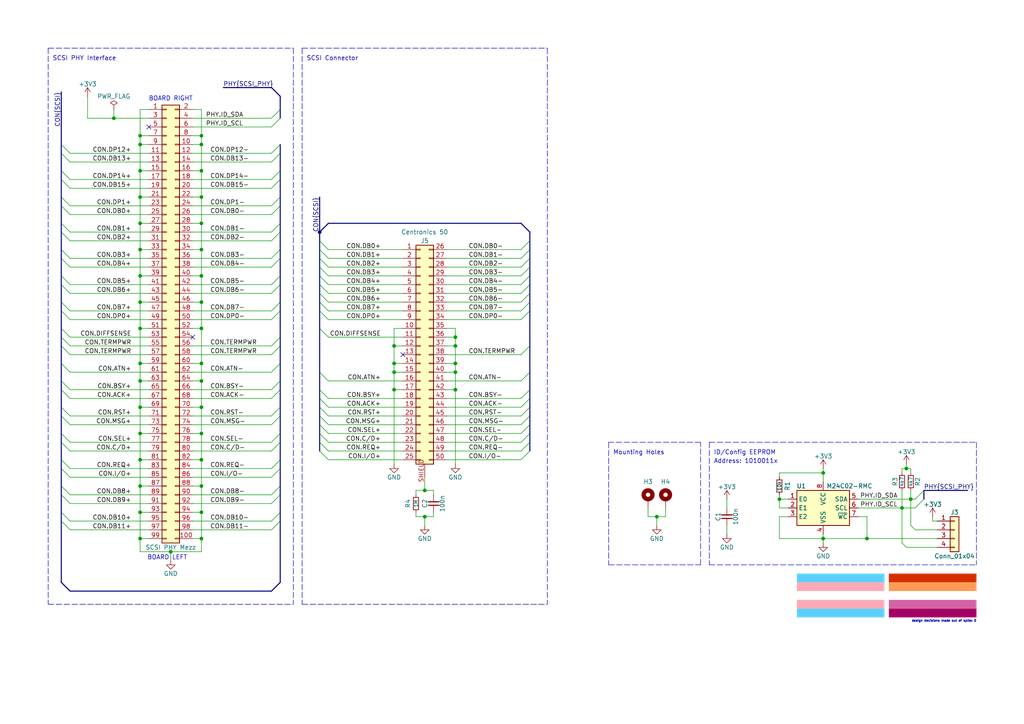
<source format=kicad_sch>
(kicad_sch (version 20231120) (generator "eeschema") (generator_version "8.0")
  (paper "A4")
  (title_block (title "Squishy -  ICD 50") (date "2024-08-22") (rev "1") (company "Shrine Maiden Heavy Industries") (comment 1 "License:  CERN-OHL-S") (comment 2 "© 2024 Aki 'lethalbit' Van Ness, et. al.") (comment 4 "Squishy - SCSI Multitool"))
  (bus_alias "SCSI" (members "DB0+" "DB0-" "DB1+" "DB1-" "DB2+" "DB2-" "DB3+" "DB3-" "DB4+" "DB4-" "DB5+" "DB5-" "DB6+" "DB6-" "DB7+" "DB7-" "DB8+" "DB8-" "DB9+" "DB9-" "DB10+" "DB10-" "DB11+" "DB11-" "DB12+" "DB12-" "DB13+" "DB13-" "DB14+" "DB14-" "DB15+" "DB15-" "DP0+" "DP0-" "DP1+" "DP1-" "ATN+" "ATN-" "BSY+" "BSY-" "ACK+" "ACK-" "RST+" "RST-" "MSG+" "MSG-" "SEL+" "SEL-" "C/D+" "C/D-" "REQ+" "REQ-" "I/O+" "I/O-" "DIFFSENSE" "TERMPWR"))
  (bus_alias "SCSI_PHY" (members "DB[0..15]" "DP[0..1]" "ATN" "BSY" "ACK" "RST" "MSG" "SEL" "C/D" "REQ" "I/O" "ID_SDA" "ID_SCL" "~{PHY_PRSNT}" "TERMPW_EN" "LS_CTRL[0..5]" "DBL_DIR" "DBH_DIR" "INIT_DIR" "TRGT_DIR" "SEL_DIR" "RST_DIR" "BSY_DIR"))
  (junction (at 40.64 87.63))
  (junction (at 40.64 41.91))
  (junction (at 114.3 105.41))
  (junction (at 226.06 144.78))
  (junction (at 40.64 133.35))
  (junction (at 58.42 80.01))
  (junction (at 132.08 107.95))
  (junction (at 132.08 100.33))
  (junction (at 123.19 149.86))
  (junction (at 238.76 137.16))
  (junction (at 58.42 64.77))
  (junction (at 114.3 107.95))
  (junction (at 132.08 113.03))
  (junction (at 58.42 118.11))
  (junction (at 123.19 142.24))
  (junction (at 40.64 110.49))
  (junction (at 40.64 148.59))
  (junction (at 58.42 41.91))
  (junction (at 58.42 133.35))
  (junction (at 132.08 105.41))
  (junction (at 40.64 95.25))
  (junction (at 190.5 149.86))
  (junction (at 261.62 147.32))
  (junction (at 58.42 125.73))
  (junction (at 40.64 64.77))
  (junction (at 58.42 87.63))
  (junction (at 40.64 39.37))
  (junction (at 40.64 156.21))
  (junction (at 114.3 100.33))
  (junction (at 58.42 140.97))
  (junction (at 58.42 49.53))
  (junction (at 262.89 135.89))
  (junction (at 58.42 72.39))
  (junction (at 264.16 144.78))
  (junction (at 40.64 140.97))
  (junction (at 40.64 72.39))
  (junction (at 58.42 39.37))
  (junction (at 58.42 110.49))
  (junction (at 40.64 118.11))
  (junction (at 40.64 57.15))
  (junction (at 251.46 156.21))
  (junction (at 58.42 105.41))
  (junction (at 238.76 156.21))
  (junction (at 58.42 57.15))
  (junction (at 132.08 97.79))
  (junction (at 58.42 148.59))
  (junction (at 49.53 160.02))
  (junction (at 40.64 80.01))
  (junction (at 114.3 113.03))
  (junction (at 40.64 125.73))
  (junction (at 58.42 156.21))
  (junction (at 33.02 34.29))
  (junction (at 58.42 95.25))
  (junction (at 92.71 67.31))
  (junction (at 40.64 49.53))
  (junction (at 40.64 105.41))
  (no_connect (at 55.88 97.79))
  (no_connect (at 116.84 102.87))
  (no_connect (at 43.18 36.83))
  (bus_entry (at 153.67 128.27) (size -2.54 2.54))
  (bus_entry (at 153.67 77.47) (size -2.54 2.54))
  (bus_entry (at 17.78 44.45) (size 2.54 2.54))
  (bus_entry (at 81.28 82.55) (size -2.54 2.54))
  (bus_entry (at 92.71 125.73) (size 2.54 2.54))
  (bus_entry (at 17.78 135.89) (size 2.54 2.54))
  (bus_entry (at 92.71 80.01) (size 2.54 2.54))
  (bus_entry (at 81.28 80.01) (size -2.54 2.54))
  (bus_entry (at 153.67 87.63) (size -2.54 2.54))
  (bus_entry (at 153.67 80.01) (size -2.54 2.54))
  (bus_entry (at 17.78 74.93) (size 2.54 2.54))
  (bus_entry (at 81.28 100.33) (size -2.54 2.54))
  (bus_entry (at 153.67 90.17) (size -2.54 2.54))
  (bus_entry (at 153.67 74.93) (size -2.54 2.54))
  (bus_entry (at 81.28 64.77) (size -2.54 2.54))
  (bus_entry (at 81.28 135.89) (size -2.54 2.54))
  (bus_entry (at 17.78 95.25) (size 2.54 2.54))
  (bus_entry (at 92.71 85.09) (size 2.54 2.54))
  (bus_entry (at 92.71 128.27) (size 2.54 2.54))
  (bus_entry (at 267.97 144.78) (size -2.54 2.54))
  (bus_entry (at 81.28 97.79) (size -2.54 2.54))
  (bus_entry (at 92.71 72.39) (size 2.54 2.54))
  (bus_entry (at 81.28 128.27) (size -2.54 2.54))
  (bus_entry (at 81.28 118.11) (size -2.54 2.54))
  (bus_entry (at 153.67 125.73) (size -2.54 2.54))
  (bus_entry (at 153.67 113.03) (size -2.54 2.54))
  (bus_entry (at 17.78 125.73) (size 2.54 2.54))
  (bus_entry (at 81.28 110.49) (size -2.54 2.54))
  (bus_entry (at 92.71 69.85) (size 2.54 2.54))
  (bus_entry (at 81.28 143.51) (size -2.54 2.54))
  (bus_entry (at 92.71 82.55) (size 2.54 2.54))
  (bus_entry (at 17.78 140.97) (size 2.54 2.54))
  (bus_entry (at 17.78 49.53) (size 2.54 2.54))
  (bus_entry (at 153.67 123.19) (size -2.54 2.54))
  (bus_entry (at 81.28 125.73) (size -2.54 2.54))
  (bus_entry (at 17.78 118.11) (size 2.54 2.54))
  (bus_entry (at 17.78 64.77) (size 2.54 2.54))
  (bus_entry (at 92.71 95.25) (size 2.54 2.54))
  (bus_entry (at 81.28 52.07) (size -2.54 2.54))
  (bus_entry (at 153.67 130.81) (size -2.54 2.54))
  (bus_entry (at 81.28 74.93) (size -2.54 2.54))
  (bus_entry (at 153.67 85.09) (size -2.54 2.54))
  (bus_entry (at 153.67 120.65) (size -2.54 2.54))
  (bus_entry (at 81.28 90.17) (size -2.54 2.54))
  (bus_entry (at 17.78 87.63) (size 2.54 2.54))
  (bus_entry (at 81.28 87.63) (size -2.54 2.54))
  (bus_entry (at 92.71 123.19) (size 2.54 2.54))
  (bus_entry (at 17.78 82.55) (size 2.54 2.54))
  (bus_entry (at 17.78 148.59) (size 2.54 2.54))
  (bus_entry (at 17.78 57.15) (size 2.54 2.54))
  (bus_entry (at 17.78 59.69) (size 2.54 2.54))
  (bus_entry (at 81.28 44.45) (size -2.54 2.54))
  (bus_entry (at 267.97 142.24) (size -2.54 2.54))
  (bus_entry (at 17.78 90.17) (size 2.54 2.54))
  (bus_entry (at 153.67 82.55) (size -2.54 2.54))
  (bus_entry (at 81.28 59.69) (size -2.54 2.54))
  (bus_entry (at 17.78 113.03) (size 2.54 2.54))
  (bus_entry (at 92.71 77.47) (size 2.54 2.54))
  (bus_entry (at 17.78 105.41) (size 2.54 2.54))
  (bus_entry (at 81.28 113.03) (size -2.54 2.54))
  (bus_entry (at 17.78 52.07) (size 2.54 2.54))
  (bus_entry (at 17.78 110.49) (size 2.54 2.54))
  (bus_entry (at 17.78 72.39) (size 2.54 2.54))
  (bus_entry (at 153.67 100.33) (size -2.54 2.54))
  (bus_entry (at 81.28 120.65) (size -2.54 2.54))
  (bus_entry (at 81.28 34.29) (size -2.54 2.54))
  (bus_entry (at 81.28 57.15) (size -2.54 2.54))
  (bus_entry (at 17.78 80.01) (size 2.54 2.54))
  (bus_entry (at 17.78 41.91) (size 2.54 2.54))
  (bus_entry (at 81.28 41.91) (size -2.54 2.54))
  (bus_entry (at 17.78 151.13) (size 2.54 2.54))
  (bus_entry (at 92.71 87.63) (size 2.54 2.54))
  (bus_entry (at 153.67 107.95) (size -2.54 2.54))
  (bus_entry (at 153.67 69.85) (size -2.54 2.54))
  (bus_entry (at 81.28 31.75) (size -2.54 2.54))
  (bus_entry (at 81.28 151.13) (size -2.54 2.54))
  (bus_entry (at 81.28 72.39) (size -2.54 2.54))
  (bus_entry (at 81.28 148.59) (size -2.54 2.54))
  (bus_entry (at 17.78 97.79) (size 2.54 2.54))
  (bus_entry (at 92.71 113.03) (size 2.54 2.54))
  (bus_entry (at 17.78 100.33) (size 2.54 2.54))
  (bus_entry (at 81.28 49.53) (size -2.54 2.54))
  (bus_entry (at 17.78 120.65) (size 2.54 2.54))
  (bus_entry (at 92.71 107.95) (size 2.54 2.54))
  (bus_entry (at 153.67 115.57) (size -2.54 2.54))
  (bus_entry (at 92.71 115.57) (size 2.54 2.54))
  (bus_entry (at 17.78 67.31) (size 2.54 2.54))
  (bus_entry (at 17.78 128.27) (size 2.54 2.54))
  (bus_entry (at 17.78 133.35) (size 2.54 2.54))
  (bus_entry (at 92.71 130.81) (size 2.54 2.54))
  (bus_entry (at 81.28 105.41) (size -2.54 2.54))
  (bus_entry (at 92.71 90.17) (size 2.54 2.54))
  (bus_entry (at 81.28 67.31) (size -2.54 2.54))
  (bus_entry (at 81.28 140.97) (size -2.54 2.54))
  (bus_entry (at 92.71 120.65) (size 2.54 2.54))
  (bus_entry (at 153.67 72.39) (size -2.54 2.54))
  (bus_entry (at 17.78 143.51) (size 2.54 2.54))
  (bus_entry (at 92.71 74.93) (size 2.54 2.54))
  (bus_entry (at 153.67 118.11) (size -2.54 2.54))
  (bus_entry (at 92.71 118.11) (size 2.54 2.54))
  (bus_entry (at 81.28 133.35) (size -2.54 2.54))
  (wire (pts (xy 120.65 148.59) (xy 120.65 149.86)))
  (wire (pts (xy 20.32 92.71) (xy 43.18 92.71)))
  (wire (pts (xy 20.32 67.31) (xy 43.18 67.31)))
  (wire (pts (xy 129.54 115.57) (xy 151.13 115.57)))
  (wire (pts (xy 114.3 113.03) (xy 114.3 134.62)))
  (wire (pts (xy 20.32 146.05) (xy 43.18 146.05)))
  (wire (pts (xy 55.88 156.21) (xy 58.42 156.21)))
  (wire (pts (xy 20.32 97.79) (xy 43.18 97.79)))
  (wire (pts (xy 55.88 31.75) (xy 58.42 31.75)))
  (wire (pts (xy 78.74 115.57) (xy 55.88 115.57)))
  (wire (pts (xy 78.74 102.87) (xy 55.88 102.87)))
  (wire (pts (xy 129.54 90.17) (xy 151.13 90.17)))
  (wire (pts (xy 55.88 57.15) (xy 58.42 57.15)))
  (bus (pts (xy 81.28 120.65) (xy 81.28 125.73)))
  (bus (pts (xy 92.71 77.47) (xy 92.71 80.01)))
  (wire (pts (xy 20.32 123.19) (xy 43.18 123.19)))
  (wire (pts (xy 58.42 87.63) (xy 58.42 95.25)))
  (wire (pts (xy 129.54 123.19) (xy 151.13 123.19)))
  (bus (pts (xy 81.28 82.55) (xy 81.28 87.63)))
  (wire (pts (xy 78.74 74.93) (xy 55.88 74.93)))
  (polyline (pts (xy 176.53 128.27) (xy 176.53 163.83)) (stroke (width 0) (type dash)))
  (bus (pts (xy 17.78 95.25) (xy 17.78 97.79)))
  (wire (pts (xy 226.06 143.51) (xy 226.06 144.78)))
  (wire (pts (xy 129.54 105.41) (xy 132.08 105.41)))
  (bus (pts (xy 81.28 97.79) (xy 81.28 100.33)))
  (wire (pts (xy 123.19 138.43) (xy 123.19 142.24)))
  (wire (pts (xy 20.32 62.23) (xy 43.18 62.23)))
  (wire (pts (xy 132.08 105.41) (xy 132.08 107.95)))
  (wire (pts (xy 251.46 149.86) (xy 251.46 156.21)))
  (wire (pts (xy 264.16 142.24) (xy 264.16 144.78)))
  (wire (pts (xy 55.88 110.49) (xy 58.42 110.49)))
  (wire (pts (xy 95.25 128.27) (xy 116.84 128.27)))
  (wire (pts (xy 49.53 160.02) (xy 49.53 162.56)))
  (wire (pts (xy 55.88 41.91) (xy 58.42 41.91)))
  (wire (pts (xy 78.74 113.03) (xy 55.88 113.03)))
  (wire (pts (xy 78.74 153.67) (xy 55.88 153.67)))
  (wire (pts (xy 78.74 62.23) (xy 55.88 62.23)))
  (wire (pts (xy 95.25 85.09) (xy 116.84 85.09)))
  (bus (pts (xy 153.67 87.63) (xy 153.67 90.17)))
  (wire (pts (xy 132.08 95.25) (xy 132.08 97.79)))
  (polyline (pts (xy 87.63 13.97) (xy 158.75 13.97)) (stroke (width 0) (type dash)))
  (wire (pts (xy 25.4 27.94) (xy 25.4 34.29)))
  (wire (pts (xy 43.18 57.15) (xy 40.64 57.15)))
  (bus (pts (xy 81.28 100.33) (xy 81.28 105.41)))
  (bus (pts (xy 20.32 171.45) (xy 78.74 171.45)))
  (bus (pts (xy 92.71 85.09) (xy 92.71 87.63)))
  (bus (pts (xy 17.78 133.35) (xy 17.78 135.89)))
  (wire (pts (xy 33.02 34.29) (xy 43.18 34.29)))
  (bus (pts (xy 81.28 118.11) (xy 81.28 120.65)))
  (wire (pts (xy 40.64 64.77) (xy 40.64 72.39)))
  (wire (pts (xy 270.51 151.13) (xy 271.78 151.13)))
  (wire (pts (xy 270.51 149.86) (xy 270.51 151.13)))
  (wire (pts (xy 20.32 69.85) (xy 43.18 69.85)))
  (wire (pts (xy 58.42 41.91) (xy 58.42 49.53)))
  (wire (pts (xy 114.3 105.41) (xy 116.84 105.41)))
  (wire (pts (xy 132.08 97.79) (xy 132.08 100.33)))
  (wire (pts (xy 78.74 67.31) (xy 55.88 67.31)))
  (bus (pts (xy 17.78 120.65) (xy 17.78 125.73)))
  (wire (pts (xy 95.25 118.11) (xy 116.84 118.11)))
  (bus (pts (xy 81.28 128.27) (xy 81.28 133.35)))
  (wire (pts (xy 40.64 49.53) (xy 40.64 57.15)))
  (bus (pts (xy 92.71 87.63) (xy 92.71 90.17)))
  (bus (pts (xy 81.28 64.77) (xy 81.28 67.31)))
  (wire (pts (xy 265.43 153.67) (xy 264.16 152.4)))
  (wire (pts (xy 40.64 160.02) (xy 49.53 160.02)))
  (wire (pts (xy 20.32 77.47) (xy 43.18 77.47)))
  (wire (pts (xy 95.25 110.49) (xy 116.84 110.49)))
  (wire (pts (xy 40.64 72.39) (xy 40.64 80.01)))
  (wire (pts (xy 129.54 80.01) (xy 151.13 80.01)))
  (bus (pts (xy 81.28 59.69) (xy 81.28 64.77)))
  (wire (pts (xy 95.25 72.39) (xy 116.84 72.39)))
  (bus (pts (xy 81.28 49.53) (xy 81.28 52.07)))
  (wire (pts (xy 25.4 34.29) (xy 33.02 34.29)))
  (wire (pts (xy 58.42 80.01) (xy 58.42 87.63)))
  (wire (pts (xy 129.54 74.93) (xy 151.13 74.93)))
  (wire (pts (xy 95.25 115.57) (xy 116.84 115.57)))
  (bus (pts (xy 92.71 107.95) (xy 92.71 113.03)))
  (wire (pts (xy 43.18 95.25) (xy 40.64 95.25)))
  (wire (pts (xy 116.84 95.25) (xy 114.3 95.25)))
  (bus (pts (xy 17.78 105.41) (xy 17.78 110.49)))
  (bus (pts (xy 81.28 27.94) (xy 81.28 31.75)))
  (wire (pts (xy 226.06 149.86) (xy 226.06 156.21)))
  (wire (pts (xy 78.74 77.47) (xy 55.88 77.47)))
  (wire (pts (xy 78.74 85.09) (xy 55.88 85.09)))
  (wire (pts (xy 40.64 41.91) (xy 40.64 49.53)))
  (bus (pts (xy 17.78 118.11) (xy 17.78 120.65)))
  (wire (pts (xy 78.74 90.17) (xy 55.88 90.17)))
  (wire (pts (xy 33.02 31.75) (xy 33.02 34.29)))
  (bus (pts (xy 17.78 110.49) (xy 17.78 113.03)))
  (wire (pts (xy 262.89 135.89) (xy 264.16 135.89)))
  (wire (pts (xy 55.88 87.63) (xy 58.42 87.63)))
  (wire (pts (xy 55.88 125.73) (xy 58.42 125.73)))
  (bus (pts (xy 92.71 72.39) (xy 92.71 74.93)))
  (bus (pts (xy 81.28 31.75) (xy 81.28 34.29)))
  (wire (pts (xy 187.96 147.32) (xy 187.96 149.86)))
  (wire (pts (xy 226.06 144.78) (xy 228.6 144.78)))
  (wire (pts (xy 55.88 72.39) (xy 58.42 72.39)))
  (bus (pts (xy 267.97 142.24) (xy 280.67 142.24)))
  (wire (pts (xy 262.89 134.62) (xy 262.89 135.89)))
  (wire (pts (xy 58.42 49.53) (xy 58.42 57.15)))
  (wire (pts (xy 251.46 156.21) (xy 271.78 156.21)))
  (wire (pts (xy 43.18 64.77) (xy 40.64 64.77)))
  (wire (pts (xy 95.25 133.35) (xy 116.84 133.35)))
  (bus (pts (xy 17.78 135.89) (xy 17.78 140.97)))
  (wire (pts (xy 271.78 153.67) (xy 265.43 153.67)))
  (wire (pts (xy 78.74 120.65) (xy 55.88 120.65)))
  (wire (pts (xy 58.42 95.25) (xy 58.42 105.41)))
  (polyline (pts (xy 13.97 13.97) (xy 13.97 175.26)) (stroke (width 0) (type dash)))
  (wire (pts (xy 43.18 110.49) (xy 40.64 110.49)))
  (wire (pts (xy 78.74 128.27) (xy 55.88 128.27)))
  (wire (pts (xy 95.25 120.65) (xy 116.84 120.65)))
  (bus (pts (xy 81.28 80.01) (xy 81.28 82.55)))
  (wire (pts (xy 58.42 156.21) (xy 58.42 160.02)))
  (polyline (pts (xy 85.09 13.97) (xy 85.09 175.26)) (stroke (width 0) (type dash)))
  (wire (pts (xy 129.54 97.79) (xy 132.08 97.79)))
  (bus (pts (xy 153.67 118.11) (xy 153.67 120.65)))
  (bus (pts (xy 17.78 49.53) (xy 17.78 52.07)))
  (wire (pts (xy 55.88 118.11) (xy 58.42 118.11)))
  (wire (pts (xy 78.74 46.99) (xy 55.88 46.99)))
  (wire (pts (xy 40.64 110.49) (xy 40.64 118.11)))
  (wire (pts (xy 132.08 107.95) (xy 132.08 113.03)))
  (wire (pts (xy 132.08 113.03) (xy 132.08 134.62)))
  (wire (pts (xy 20.32 128.27) (xy 43.18 128.27)))
  (wire (pts (xy 55.88 36.83) (xy 78.74 36.83)))
  (wire (pts (xy 123.19 149.86) (xy 125.73 149.86)))
  (wire (pts (xy 20.32 113.03) (xy 43.18 113.03)))
  (wire (pts (xy 95.25 90.17) (xy 116.84 90.17)))
  (wire (pts (xy 55.88 105.41) (xy 58.42 105.41)))
  (wire (pts (xy 55.88 39.37) (xy 58.42 39.37)))
  (wire (pts (xy 129.54 113.03) (xy 132.08 113.03)))
  (wire (pts (xy 40.64 133.35) (xy 40.64 140.97)))
  (wire (pts (xy 55.88 80.01) (xy 58.42 80.01)))
  (wire (pts (xy 20.32 85.09) (xy 43.18 85.09)))
  (wire (pts (xy 125.73 148.59) (xy 125.73 149.86)))
  (wire (pts (xy 261.62 147.32) (xy 265.43 147.32)))
  (wire (pts (xy 58.42 140.97) (xy 58.42 148.59)))
  (wire (pts (xy 43.18 72.39) (xy 40.64 72.39)))
  (wire (pts (xy 40.64 31.75) (xy 40.64 39.37)))
  (bus (pts (xy 153.67 69.85) (xy 153.67 72.39)))
  (bus (pts (xy 81.28 67.31) (xy 81.28 72.39)))
  (polyline (pts (xy 203.2 163.83) (xy 203.2 128.27)) (stroke (width 0) (type dash)))
  (wire (pts (xy 129.54 77.47) (xy 151.13 77.47)))
  (bus (pts (xy 153.67 115.57) (xy 153.67 118.11)))
  (wire (pts (xy 129.54 110.49) (xy 151.13 110.49)))
  (wire (pts (xy 43.18 125.73) (xy 40.64 125.73)))
  (bus (pts (xy 92.71 123.19) (xy 92.71 125.73)))
  (bus (pts (xy 92.71 115.57) (xy 92.71 118.11)))
  (bus (pts (xy 92.71 113.03) (xy 92.71 115.57)))
  (wire (pts (xy 114.3 95.25) (xy 114.3 100.33)))
  (wire (pts (xy 55.88 133.35) (xy 58.42 133.35)))
  (bus (pts (xy 17.78 140.97) (xy 17.78 143.51)))
  (bus (pts (xy 17.78 148.59) (xy 17.78 151.13)))
  (bus (pts (xy 81.28 135.89) (xy 81.28 140.97)))
  (wire (pts (xy 20.32 120.65) (xy 43.18 120.65)))
  (wire (pts (xy 129.54 130.81) (xy 151.13 130.81)))
  (wire (pts (xy 55.88 148.59) (xy 58.42 148.59)))
  (wire (pts (xy 210.82 152.4) (xy 210.82 154.94)))
  (polyline (pts (xy 205.74 163.83) (xy 283.21 163.83)) (stroke (width 0) (type dash)))
  (wire (pts (xy 132.08 100.33) (xy 132.08 105.41)))
  (polyline (pts (xy 13.97 175.26) (xy 85.09 175.26)) (stroke (width 0) (type dash)))
  (wire (pts (xy 129.54 82.55) (xy 151.13 82.55)))
  (bus (pts (xy 17.78 168.91) (xy 20.32 171.45)))
  (polyline (pts (xy 176.53 163.83) (xy 203.2 163.83)) (stroke (width 0) (type dash)))
  (wire (pts (xy 129.54 128.27) (xy 151.13 128.27)))
  (bus (pts (xy 153.67 120.65) (xy 153.67 123.19)))
  (polyline (pts (xy 13.97 13.97) (xy 85.09 13.97)) (stroke (width 0) (type dash)))
  (wire (pts (xy 20.32 153.67) (xy 43.18 153.67)))
  (bus (pts (xy 92.71 128.27) (xy 92.71 130.81)))
  (wire (pts (xy 129.54 95.25) (xy 132.08 95.25)))
  (bus (pts (xy 17.78 64.77) (xy 17.78 67.31)))
  (polyline (pts (xy 205.74 128.27) (xy 283.21 128.27)) (stroke (width 0) (type dash)))
  (wire (pts (xy 43.18 80.01) (xy 40.64 80.01)))
  (wire (pts (xy 20.32 135.89) (xy 43.18 135.89)))
  (wire (pts (xy 226.06 156.21) (xy 238.76 156.21)))
  (wire (pts (xy 78.74 138.43) (xy 55.88 138.43)))
  (bus (pts (xy 17.78 100.33) (xy 17.78 105.41)))
  (bus (pts (xy 17.78 72.39) (xy 17.78 74.93)))
  (wire (pts (xy 271.78 158.75) (xy 262.89 158.75)))
  (wire (pts (xy 261.62 135.89) (xy 261.62 137.16)))
  (wire (pts (xy 20.32 100.33) (xy 43.18 100.33)))
  (bus (pts (xy 153.67 74.93) (xy 153.67 77.47)))
  (bus (pts (xy 81.28 72.39) (xy 81.28 74.93)))
  (wire (pts (xy 95.25 80.01) (xy 116.84 80.01)))
  (bus (pts (xy 17.78 82.55) (xy 17.78 87.63)))
  (bus (pts (xy 17.78 44.45) (xy 17.78 49.53)))
  (bus (pts (xy 17.78 90.17) (xy 17.78 95.25)))
  (bus (pts (xy 17.78 52.07) (xy 17.78 57.15)))
  (bus (pts (xy 267.97 144.78) (xy 267.97 142.24)))
  (bus (pts (xy 81.28 87.63) (xy 81.28 90.17)))
  (wire (pts (xy 55.88 34.29) (xy 78.74 34.29)))
  (wire (pts (xy 129.54 85.09) (xy 151.13 85.09)))
  (bus (pts (xy 17.78 97.79) (xy 17.78 100.33)))
  (wire (pts (xy 40.64 80.01) (xy 40.64 87.63)))
  (bus (pts (xy 81.28 41.91) (xy 81.28 44.45)))
  (bus (pts (xy 17.78 87.63) (xy 17.78 90.17)))
  (bus (pts (xy 78.74 171.45) (xy 81.28 168.91)))
  (bus (pts (xy 81.28 57.15) (xy 81.28 59.69)))
  (bus (pts (xy 92.71 118.11) (xy 92.71 120.65)))
  (polyline (pts (xy 87.63 175.26) (xy 158.75 175.26)) (stroke (width 0) (type dash)))
  (bus (pts (xy 17.78 113.03) (xy 17.78 118.11)))
  (wire (pts (xy 129.54 118.11) (xy 151.13 118.11)))
  (wire (pts (xy 78.74 92.71) (xy 55.88 92.71)))
  (bus (pts (xy 95.25 64.77) (xy 151.13 64.77)))
  (wire (pts (xy 58.42 57.15) (xy 58.42 64.77)))
  (wire (pts (xy 55.88 140.97) (xy 58.42 140.97)))
  (wire (pts (xy 123.19 152.4) (xy 123.19 149.86)))
  (bus (pts (xy 78.74 25.4) (xy 81.28 27.94)))
  (wire (pts (xy 58.42 31.75) (xy 58.42 39.37)))
  (bus (pts (xy 81.28 90.17) (xy 81.28 97.79)))
  (wire (pts (xy 20.32 138.43) (xy 43.18 138.43)))
  (bus (pts (xy 153.67 125.73) (xy 153.67 128.27)))
  (wire (pts (xy 20.32 82.55) (xy 43.18 82.55)))
  (wire (pts (xy 58.42 118.11) (xy 58.42 125.73)))
  (wire (pts (xy 40.64 118.11) (xy 40.64 125.73)))
  (wire (pts (xy 40.64 156.21) (xy 40.64 160.02)))
  (wire (pts (xy 238.76 154.94) (xy 238.76 156.21)))
  (wire (pts (xy 20.32 115.57) (xy 43.18 115.57)))
  (wire (pts (xy 55.88 95.25) (xy 58.42 95.25)))
  (wire (pts (xy 129.54 92.71) (xy 151.13 92.71)))
  (bus (pts (xy 17.78 41.91) (xy 17.78 44.45)))
  (bus (pts (xy 92.71 95.25) (xy 92.71 107.95)))
  (wire (pts (xy 264.16 144.78) (xy 264.16 152.4)))
  (bus (pts (xy 153.67 90.17) (xy 153.67 100.33)))
  (wire (pts (xy 78.74 59.69) (xy 55.88 59.69)))
  (wire (pts (xy 264.16 135.89) (xy 264.16 137.16)))
  (wire (pts (xy 114.3 105.41) (xy 114.3 107.95)))
  (wire (pts (xy 78.74 146.05) (xy 55.88 146.05)))
  (bus (pts (xy 153.67 85.09) (xy 153.67 87.63)))
  (wire (pts (xy 78.74 130.81) (xy 55.88 130.81)))
  (wire (pts (xy 78.74 151.13) (xy 55.88 151.13)))
  (wire (pts (xy 123.19 142.24) (xy 125.73 142.24)))
  (bus (pts (xy 81.28 125.73) (xy 81.28 128.27)))
  (wire (pts (xy 40.64 148.59) (xy 40.64 156.21)))
  (wire (pts (xy 193.04 147.32) (xy 193.04 149.86)))
  (bus (pts (xy 92.71 90.17) (xy 92.71 95.25)))
  (wire (pts (xy 114.3 107.95) (xy 114.3 113.03)))
  (wire (pts (xy 114.3 113.03) (xy 116.84 113.03)))
  (bus (pts (xy 92.71 80.01) (xy 92.71 82.55)))
  (bus (pts (xy 153.67 72.39) (xy 153.67 74.93)))
  (wire (pts (xy 58.42 148.59) (xy 58.42 156.21)))
  (wire (pts (xy 226.06 137.16) (xy 226.06 138.43)))
  (wire (pts (xy 43.18 87.63) (xy 40.64 87.63)))
  (bus (pts (xy 92.71 82.55) (xy 92.71 85.09)))
  (wire (pts (xy 238.76 135.89) (xy 238.76 137.16)))
  (wire (pts (xy 40.64 140.97) (xy 40.64 148.59)))
  (wire (pts (xy 78.74 69.85) (xy 55.88 69.85)))
  (wire (pts (xy 20.32 54.61) (xy 43.18 54.61)))
  (bus (pts (xy 81.28 110.49) (xy 81.28 113.03)))
  (bus (pts (xy 92.71 74.93) (xy 92.71 77.47)))
  (wire (pts (xy 190.5 149.86) (xy 193.04 149.86)))
  (wire (pts (xy 58.42 39.37) (xy 58.42 41.91)))
  (wire (pts (xy 248.92 147.32) (xy 261.62 147.32)))
  (wire (pts (xy 78.74 123.19) (xy 55.88 123.19)))
  (wire (pts (xy 95.25 130.81) (xy 116.84 130.81)))
  (bus (pts (xy 81.28 151.13) (xy 81.28 168.91)))
  (wire (pts (xy 20.32 90.17) (xy 43.18 90.17)))
  (wire (pts (xy 20.32 74.93) (xy 43.18 74.93)))
  (wire (pts (xy 129.54 72.39) (xy 151.13 72.39)))
  (wire (pts (xy 43.18 31.75) (xy 40.64 31.75)))
  (wire (pts (xy 129.54 133.35) (xy 151.13 133.35)))
  (wire (pts (xy 261.62 142.24) (xy 261.62 147.32)))
  (wire (pts (xy 58.42 72.39) (xy 58.42 80.01)))
  (bus (pts (xy 151.13 64.77) (xy 153.67 67.31)))
  (wire (pts (xy 40.64 105.41) (xy 43.18 105.41)))
  (bus (pts (xy 153.67 67.31) (xy 153.67 69.85)))
  (wire (pts (xy 78.74 143.51) (xy 55.88 143.51)))
  (wire (pts (xy 190.5 149.86) (xy 190.5 152.4)))
  (wire (pts (xy 40.64 125.73) (xy 40.64 133.35)))
  (bus (pts (xy 153.67 113.03) (xy 153.67 115.57)))
  (wire (pts (xy 40.64 156.21) (xy 43.18 156.21)))
  (bus (pts (xy 17.78 125.73) (xy 17.78 128.27)))
  (wire (pts (xy 129.54 100.33) (xy 132.08 100.33)))
  (bus (pts (xy 81.28 44.45) (xy 81.28 49.53)))
  (wire (pts (xy 226.06 147.32) (xy 228.6 147.32)))
  (bus (pts (xy 17.78 57.15) (xy 17.78 59.69)))
  (wire (pts (xy 95.25 97.79) (xy 116.84 97.79)))
  (bus (pts (xy 92.71 69.85) (xy 92.71 72.39)))
  (wire (pts (xy 43.18 118.11) (xy 40.64 118.11)))
  (wire (pts (xy 262.89 158.75) (xy 261.62 157.48)))
  (wire (pts (xy 261.62 135.89) (xy 262.89 135.89)))
  (bus (pts (xy 81.28 133.35) (xy 81.28 135.89)))
  (wire (pts (xy 78.74 44.45) (xy 55.88 44.45)))
  (wire (pts (xy 20.32 102.87) (xy 43.18 102.87)))
  (wire (pts (xy 226.06 149.86) (xy 228.6 149.86)))
  (wire (pts (xy 120.65 142.24) (xy 123.19 142.24)))
  (bus (pts (xy 92.71 67.31) (xy 95.25 64.77)))
  (wire (pts (xy 129.54 120.65) (xy 151.13 120.65)))
  (wire (pts (xy 78.74 100.33) (xy 55.88 100.33)))
  (bus (pts (xy 17.78 26.67) (xy 17.78 41.91)))
  (wire (pts (xy 125.73 143.51) (xy 125.73 142.24)))
  (wire (pts (xy 20.32 46.99) (xy 43.18 46.99)))
  (wire (pts (xy 43.18 41.91) (xy 40.64 41.91)))
  (wire (pts (xy 120.65 149.86) (xy 123.19 149.86)))
  (bus (pts (xy 92.71 67.31) (xy 92.71 57.15)))
  (bus (pts (xy 17.78 67.31) (xy 17.78 72.39)))
  (wire (pts (xy 20.32 143.51) (xy 43.18 143.51)))
  (wire (pts (xy 151.13 102.87) (xy 129.54 102.87)))
  (wire (pts (xy 238.76 156.21) (xy 251.46 156.21)))
  (wire (pts (xy 58.42 133.35) (xy 58.42 140.97)))
  (wire (pts (xy 238.76 156.21) (xy 238.76 157.48)))
  (wire (pts (xy 40.64 148.59) (xy 43.18 148.59)))
  (wire (pts (xy 95.25 82.55) (xy 116.84 82.55)))
  (polyline (pts (xy 158.75 13.97) (xy 158.75 175.26)) (stroke (width 0) (type dash)))
  (bus (pts (xy 17.78 74.93) (xy 17.78 80.01)))
  (bus (pts (xy 81.28 148.59) (xy 81.28 151.13)))
  (bus (pts (xy 17.78 151.13) (xy 17.78 168.91)))
  (wire (pts (xy 226.06 137.16) (xy 238.76 137.16)))
  (bus (pts (xy 81.28 52.07) (xy 81.28 57.15)))
  (wire (pts (xy 40.64 105.41) (xy 40.64 110.49)))
  (polyline (pts (xy 205.74 128.27) (xy 205.74 163.83)) (stroke (width 0) (type dash)))
  (wire (pts (xy 95.25 74.93) (xy 116.84 74.93)))
  (wire (pts (xy 20.32 44.45) (xy 43.18 44.45)))
  (wire (pts (xy 40.64 39.37) (xy 40.64 41.91)))
  (wire (pts (xy 58.42 110.49) (xy 58.42 118.11)))
  (wire (pts (xy 261.62 147.32) (xy 261.62 157.48)))
  (bus (pts (xy 17.78 80.01) (xy 17.78 82.55)))
  (wire (pts (xy 129.54 87.63) (xy 151.13 87.63)))
  (wire (pts (xy 264.16 144.78) (xy 265.43 144.78)))
  (polyline (pts (xy 283.21 128.27) (xy 283.21 163.83)) (stroke (width 0) (type dash)))
  (wire (pts (xy 58.42 64.77) (xy 58.42 72.39)))
  (bus (pts (xy 153.67 82.55) (xy 153.67 85.09)))
  (wire (pts (xy 55.88 49.53) (xy 58.42 49.53)))
  (bus (pts (xy 153.67 100.33) (xy 153.67 107.95)))
  (polyline (pts (xy 87.63 13.97) (xy 87.63 175.26)) (stroke (width 0) (type dash)))
  (wire (pts (xy 40.64 95.25) (xy 40.64 105.41)))
  (bus (pts (xy 153.67 123.19) (xy 153.67 125.73)))
  (wire (pts (xy 248.92 144.78) (xy 264.16 144.78)))
  (wire (pts (xy 43.18 49.53) (xy 40.64 49.53)))
  (wire (pts (xy 40.64 39.37) (xy 43.18 39.37)))
  (wire (pts (xy 78.74 107.95) (xy 55.88 107.95)))
  (wire (pts (xy 187.96 149.86) (xy 190.5 149.86)))
  (bus (pts (xy 92.71 125.73) (xy 92.71 128.27)))
  (wire (pts (xy 114.3 100.33) (xy 116.84 100.33)))
  (wire (pts (xy 226.06 144.78) (xy 226.06 147.32)))
  (wire (pts (xy 78.74 54.61) (xy 55.88 54.61)))
  (bus (pts (xy 153.67 80.01) (xy 153.67 82.55)))
  (bus (pts (xy 81.28 74.93) (xy 81.28 80.01)))
  (wire (pts (xy 20.32 59.69) (xy 43.18 59.69)))
  (bus (pts (xy 81.28 140.97) (xy 81.28 143.51)))
  (bus (pts (xy 153.67 77.47) (xy 153.67 80.01)))
  (bus (pts (xy 81.28 143.51) (xy 81.28 148.59)))
  (wire (pts (xy 43.18 133.35) (xy 40.64 133.35)))
  (wire (pts (xy 114.3 100.33) (xy 114.3 105.41)))
  (wire (pts (xy 20.32 107.95) (xy 43.18 107.95)))
  (wire (pts (xy 20.32 52.07) (xy 43.18 52.07)))
  (wire (pts (xy 114.3 107.95) (xy 116.84 107.95)))
  (wire (pts (xy 20.32 151.13) (xy 43.18 151.13)))
  (bus (pts (xy 64.77 25.4) (xy 78.74 25.4)))
  (wire (pts (xy 40.64 87.63) (xy 40.64 95.25)))
  (wire (pts (xy 248.92 149.86) (xy 251.46 149.86)))
  (wire (pts (xy 78.74 82.55) (xy 55.88 82.55)))
  (bus (pts (xy 153.67 128.27) (xy 153.67 130.81)))
  (wire (pts (xy 20.32 130.81) (xy 43.18 130.81)))
  (wire (pts (xy 43.18 140.97) (xy 40.64 140.97)))
  (wire (pts (xy 95.25 87.63) (xy 116.84 87.63)))
  (bus (pts (xy 153.67 107.95) (xy 153.67 113.03)))
  (bus (pts (xy 92.71 67.31) (xy 92.71 69.85)))
  (wire (pts (xy 95.25 125.73) (xy 116.84 125.73)))
  (bus (pts (xy 17.78 143.51) (xy 17.78 148.59)))
  (wire (pts (xy 40.64 57.15) (xy 40.64 64.77)))
  (wire (pts (xy 210.82 147.32) (xy 210.82 144.78)))
  (wire (pts (xy 78.74 135.89) (xy 55.88 135.89)))
  (wire (pts (xy 129.54 107.95) (xy 132.08 107.95)))
  (bus (pts (xy 81.28 113.03) (xy 81.28 118.11)))
  (wire (pts (xy 58.42 125.73) (xy 58.42 133.35)))
  (wire (pts (xy 49.53 160.02) (xy 58.42 160.02)))
  (bus (pts (xy 17.78 128.27) (xy 17.78 133.35)))
  (wire (pts (xy 129.54 125.73) (xy 151.13 125.73)))
  (wire (pts (xy 95.25 92.71) (xy 116.84 92.71)))
  (bus (pts (xy 92.71 120.65) (xy 92.71 123.19)))
  (wire (pts (xy 120.65 143.51) (xy 120.65 142.24)))
  (wire (pts (xy 55.88 64.77) (xy 58.42 64.77)))
  (wire (pts (xy 238.76 137.16) (xy 238.76 139.7)))
  (wire (pts (xy 78.74 52.07) (xy 55.88 52.07)))
  (wire (pts (xy 95.25 77.47) (xy 116.84 77.47)))
  (polyline (pts (xy 203.2 128.27) (xy 176.53 128.27)) (stroke (width 0) (type dash)))
  (bus (pts (xy 81.28 105.41) (xy 81.28 110.49)))
  (wire (pts (xy 58.42 105.41) (xy 58.42 110.49)))
  (bus (pts (xy 17.78 59.69) (xy 17.78 64.77)))
  (wire (pts (xy 95.25 123.19) (xy 116.84 123.19)))
  (text "Address: 1010011x" (at 207.01 133.858 0) (effects (font (size 1.27 1.27)) (justify left)))
  (text "Mounting Holes\n" (at 177.8 132.08 0) (effects (font (size 1.27 1.27)) (justify left bottom)))
  (text "BOARD RIGHT" (at 49.53 28.702 0) (effects (font (size 1.27 1.27))))
  (text "BOARD LEFT" (at 48.514 161.798 0) (effects (font (size 1.27 1.27))))
  (text "ID/Config EEPROM" (at 207.01 132.08 0) (effects (font (size 1.27 1.27)) (justify left bottom)))
  (text "SCSI PHY Interface" (at 15.24 17.78 0) (effects (font (size 1.27 1.27)) (justify left bottom)))
  (text "design decisions made out of spite: 0" (at 264.414 180.594 0) (effects (font (size 0.635 0.635)) (justify left bottom)))
  (text "SCSI Connector" (at 88.9 17.78 0) (effects (font (size 1.27 1.27)) (justify left bottom)))
  (label "CON.DP1-" (at 60.96 59.69 0))
  (label "CON.DB9-" (at 60.96 146.05 0))
  (label "CON.DB13-" (at 60.96 46.99 0))
  (label "CON.DB0+" (at 38.1 62.23 180))
  (label "CON.DB1+" (at 110.49 74.93 180))
  (label "CON.DB2-" (at 135.89 77.47 0))
  (label "CON.DB11-" (at 60.96 153.67 0))
  (label "CON.DIFFSENSE" (at 38.1 97.79 180))
  (label "CON.DB15+" (at 38.1 54.61 180))
  (label "CON.DB11+" (at 38.1 153.67 180))
  (label "CON.SEL-" (at 60.96 128.27 0))
  (label "CON.DB4-" (at 135.89 82.55 0))
  (label "CON.DB3-" (at 135.89 80.01 0))
  (label "CON.DB10-" (at 60.96 151.13 0))
  (label "CON.I{slash}O-" (at 60.96 138.43 0))
  (label "CON.REQ-" (at 135.89 130.81 0))
  (label "CON.DB3-" (at 60.96 74.93 0))
  (label "CON.REQ+" (at 38.1 135.89 180))
  (label "CON.ATN+" (at 38.1 107.95 180))
  (label "PHY{SCSI_PHY}" (at 64.77 25.4 0))
  (label "CON.BSY-" (at 60.96 113.03 0))
  (label "CON.BSY+" (at 38.1 113.03 180))
  (label "CON.ACK-" (at 60.96 115.57 0))
  (label "CON.C{slash}D-" (at 135.89 128.27 0))
  (label "CON.ATN+" (at 110.49 110.49 180))
  (label "CON.REQ+" (at 110.49 130.81 180))
  (label "CON.BSY-" (at 135.89 115.57 0))
  (label "CON.DIFFSENSE" (at 110.49 97.79 180))
  (label "CON.DP14-" (at 60.96 52.07 0))
  (label "CON.DB4-" (at 60.96 77.47 0))
  (label "CON.REQ-" (at 60.96 135.89 0))
  (label "CON.DB10+" (at 38.1 151.13 180))
  (label "CON.ATN-" (at 60.96 107.95 0))
  (label "CON.ACK+" (at 110.49 118.11 180))
  (label "PHY{SCSI_PHY}" (at 267.97 142.24 0))
  (label "CON.MSG+" (at 110.49 123.19 180))
  (label "CON.DB2-" (at 60.96 69.85 0))
  (label "CON.DP0-" (at 60.96 92.71 0))
  (label "CON.I{slash}O-" (at 135.89 133.35 0))
  (label "CON.MSG-" (at 60.96 123.19 0))
  (label "CON.DP12+" (at 38.1 44.45 180))
  (label "CON.DB5+" (at 38.1 82.55 180))
  (label "CON.SEL-" (at 135.89 125.73 0))
  (label "CON.DB3+" (at 110.49 80.01 180))
  (label "CON.DB15-" (at 60.96 54.61 0))
  (label "CON.DB2+" (at 110.49 77.47 180))
  (label "CON.DB8-" (at 60.96 143.51 0))
  (label "PHY.ID_SDA" (at 59.69 34.29 0))
  (label "CON.RST+" (at 110.49 120.65 180))
  (label "CON.DB13+" (at 38.1 46.99 180))
  (label "CON.RST-" (at 60.96 120.65 0))
  (label "CON{SCSI}" (at 92.71 67.31 90))
  (label "CON.DB5+" (at 110.49 85.09 180))
  (label "CON.ACK-" (at 135.89 118.11 0))
  (label "CON.DB4+" (at 110.49 82.55 180))
  (label "CON.MSG-" (at 135.89 123.19 0))
  (label "CON.DB3+" (at 38.1 74.93 180))
  (label "CON.DB4+" (at 38.1 77.47 180))
  (label "CON.MSG+" (at 38.1 123.19 180))
  (label "CON.DP12-" (at 60.96 44.45 0))
  (label "CON.DP1+" (at 38.1 59.69 180))
  (label "CON.DB7-" (at 135.89 90.17 0))
  (label "CON.ACK+" (at 38.1 115.57 180))
  (label "CON.DB8+" (at 38.1 143.51 180))
  (label "CON.I{slash}O+" (at 110.49 133.35 180))
  (label "CON.ATN-" (at 135.89 110.49 0))
  (label "CON.C{slash}D+" (at 38.1 130.81 180))
  (label "CON.DB0+" (at 110.49 72.39 180))
  (label "CON.DB0-" (at 135.89 72.39 0))
  (label "CON.TERMPWR" (at 38.1 100.33 180))
  (label "CON.C{slash}D-" (at 60.96 130.81 0))
  (label "CON.DB6-" (at 60.96 85.09 0))
  (label "PHY.ID_SCL" (at 59.69 36.83 0))
  (label "CON.BSY+" (at 110.49 115.57 180))
  (label "CON.DB5-" (at 60.96 82.55 0))
  (label "CON.DP0+" (at 38.1 92.71 180))
  (label "CON{SCSI}" (at 17.78 26.67 270))
  (label "CON.DB0-" (at 60.96 62.23 0))
  (label "CON.TERMPWR" (at 60.96 102.87 0))
  (label "CON.DP14+" (at 38.1 52.07 180))
  (label "CON.I{slash}O+" (at 38.1 138.43 180))
  (label "CON.DB7+" (at 38.1 90.17 180))
  (label "CON.DB5-" (at 135.89 85.09 0))
  (label "CON.DB6-" (at 135.89 87.63 0))
  (label "CON.RST-" (at 135.89 120.65 0))
  (label "CON.DB2+" (at 38.1 69.85 180))
  (label "CON.DB1-" (at 135.89 74.93 0))
  (label "CON.DP0-" (at 135.89 92.71 0))
  (label "CON.SEL+" (at 110.49 125.73 180))
  (label "CON.DB7+" (at 110.49 90.17 180))
  (label "CON.DP0+" (at 110.49 92.71 180))
  (label "CON.DB1-" (at 60.96 67.31 0))
  (label "CON.TERMPWR" (at 38.1 102.87 180))
  (label "CON.RST+" (at 38.1 120.65 180))
  (label "CON.DB1+" (at 38.1 67.31 180))
  (label "CON.DB6+" (at 110.49 87.63 180))
  (label "CON.C{slash}D+" (at 110.49 128.27 180))
  (label "CON.DB7-" (at 60.96 90.17 0))
  (label "PHY.ID_SCL" (at 260.35 147.32 180))
  (label "CON.DB9+" (at 38.1 146.05 180))
  (label "CON.TERMPWR" (at 135.89 102.87 0))
  (label "CON.DB6+" (at 38.1 85.09 180))
  (label "PHY.ID_SDA" (at 260.35 144.78 180))
  (label "CON.TERMPWR" (at 60.96 100.33 0))
  (label "CON.SEL+" (at 38.1 128.27 180))
  (symbol (lib_id "Device:R_Small") (at 261.62 139.7 0) (unit 1)
    (property "Reference" "R3" (at 260.35 139.7 90) (effects (justify bottom)))
    (property "Value" "4k7" (at 261.62 139.7 90) (effects (font (size 1 1))))
    (property "Footprint" "rhais_rcl:R0603" (effects (hide yes)))
    (property "Datasheet" "https://www.vishay.com/docs/20035/dcrcwe3.pdf" (effects (hide yes)))
    (property "MFR" "Vishay Dale" (effects (hide yes)))
    (property "MPN" "CRCW06034K70FKEA" (effects (hide yes)))
    (property "Tolerance" "±1% 1/10W" (effects (hide yes)))
    (property "SUPPLIER" "DigiKey" (effects (hide yes)))
    (property "SUPPLIER_OC" "541-4.70KHDKR-ND" (effects (hide yes)))
    (property "SUPPLIER_URL" "https://www.digikey.com/short/f3fq37nd" (effects (hide yes)))
  )
  (symbol (lib_id "power:GND") (at 49.53 162.56 0) (mirror y) (unit 1)
    (property "Reference" "#PWR02" (effects (hide yes)))
    (property "Value" "GND" (at 49.53 166.37 0))
    (property "Description" "Power symbol creates a global label with name \"GND\" , ground" (effects (hide yes)))
  )
  (symbol (lib_id "Device:C_Small") (at 210.82 149.86 180) (unit 1)
    (property "Reference" "C1" (at 208.28 149.86 90))
    (property "Value" "100n" (at 213.36 149.86 90))
    (property "Footprint" "rhais_rcl:C0603" (effects (hide yes)))
    (property "Datasheet" "https://content.kemet.com/datasheets/KEM_C1006_X5R_SMD.pdf" (effects (hide yes)))
    (property "MFR" "KEMET" (effects (hide yes)))
    (property "MPN" "C0603C104M5RACTU" (effects (hide yes)))
    (property "Tolerance" "±20% 50V" (effects (hide yes)))
    (property "SUPPLIER" "DigiKey" (effects (hide yes)))
    (property "SUPPLIER_OC" "399-C0603C104M5RAC7867DKR-ND" (effects (hide yes)))
    (property "SUPPLIER_URL" "https://www.digikey.com/short/8nqzrr4b" (effects (hide yes)))
  )
  (symbol (lib_id "power:PWR_FLAG") (at 33.02 31.75 0) (unit 1)
    (property "Reference" "#FLG01" (effects (hide yes)))
    (property "Value" "PWR_FLAG" (at 33.02 27.94 0))
    (property "Description" "Special symbol for telling ERC where power comes from" (effects (hide yes)))
  )
  (symbol (lib_id "lethalbit-graphics:lesbian flag") (at 270.51 172.72 0) (unit 1) (in_bom no) (on_board no)
    (property "Reference" "G2" (effects (hide yes)))
    (property "Value" "Pride Flag" (effects (hide yes)))
    (property "MFR" "Lesbian" (effects (hide yes)))
  )
  (symbol (lib_id "power:+3V3") (at 270.51 149.86 0) (unit 1)
    (property "Reference" "#PWR04" (effects (hide yes)))
    (property "Value" "+3V3" (at 270.51 146.304 0))
    (property "Description" "Power symbol creates a global label with name \"+3V3\"" (effects (hide yes)))
  )
  (symbol (lib_id "lethalbit-connectors:Conn_02x50_Odd_Even") (at 49.53 92.71 0) (unit 1)
    (property "Reference" "J1" (effects (hide yes)))
    (property "Value" "SCSI PHY Mezz" (at 49.53 158.75 0))
    (property "Footprint" "lethalbit-connectors:1014457-10x80xLF" (effects (hide yes)))
    (property "Datasheet" "https://mm.digikey.com/Volume0/opasdata/d220001/medias/docus/6243/609_10144517.pdf" (effects (hide yes)))
    (property "MFR" "Amphenol ICC (FCI)" (effects (hide yes)))
    (property "MPN" "10144517-102802LF" (effects (hide yes)))
    (property "SUPPLIER" "DigiKey" (effects (hide yes)))
    (property "SUPPLIER_OC" "609-5442-1-ND" (effects (hide yes)))
    (property "SUPPLIER_URL" "https://www.digikey.com/short/h831vwdf" (effects (hide yes)))
  )
  (symbol (lib_id "lethalbit-graphics:trans flag") (at 243.84 172.72 0) (unit 1) (in_bom no) (on_board no)
    (property "Reference" "G1" (effects (hide yes)))
    (property "Value" "Pride Flag" (effects (hide yes)))
    (property "MFR" "Trans" (effects (hide yes)))
  )
  (symbol (lib_id "Device:R_Small") (at 120.65 146.05 0) (mirror y) (unit 1)
    (property "Reference" "R4" (at 117.602 146.05 90) (effects (justify bottom)))
    (property "Value" "1M" (at 120.65 146.05 90) (effects (font (size 1 1))))
    (property "Footprint" "rhais_rcl:R0603" (effects (hide yes)))
    (property "SUPPLIER" "DigiKey" (effects (hide yes)))
  )
  (symbol (lib_id "power:GND") (at 132.08 134.62 0) (mirror y) (unit 1)
    (property "Reference" "#PWR011" (effects (hide yes)))
    (property "Value" "GND" (at 132.08 138.43 0))
    (property "Description" "Power symbol creates a global label with name \"GND\" , ground" (effects (hide yes)))
  )
  (symbol (lib_id "power:+3V3") (at 25.4 27.94 0) (unit 1)
    (property "Reference" "#PWR03" (effects (hide yes)))
    (property "Value" "+3V3" (at 25.4 24.384 0))
    (property "Description" "Power symbol creates a global label with name \"+3V3\"" (effects (hide yes)))
  )
  (symbol (lib_id "Connector_Generic:Conn_01x04") (at 276.86 153.67 0) (unit 1)
    (property "Reference" "J3" (at 276.86 148.59 0))
    (property "Value" "Conn_01x04" (at 276.86 161.29 0))
    (property "Footprint" "pkl_connectors_wuerth:490107670412-d" (effects (hide yes)))
    (property "Description" "Generic connector, single row, 01x04, script generated (kicad-library-utils/schlib/autogen/connector/)" (effects (hide yes)))
  )
  (symbol (lib_id "lethalbit-connectors:Conn_02x25_Counter_Clockwise") (at 123.19 101.6 0) (unit 1)
    (property "Reference" "J5" (at 123.19 69.85 0))
    (property "Value" "Centronics 50" (at 123.19 67.31 0))
    (property "Footprint" "lethalbit-connectors:112-050-213R001" (effects (hide yes)))
    (property "Description" "Generic connector, double row, 02x25, counter clockwise pin numbering scheme (similar to DIP package numbering), with shielding" (effects (hide yes)))
  )
  (symbol (lib_id "Device:R_Small") (at 264.16 139.7 0) (mirror y) (unit 1)
    (property "Reference" "R2" (at 265.43 139.7 90) (effects (justify bottom)))
    (property "Value" "4k7" (at 264.16 139.7 90) (effects (font (size 1 1))))
    (property "Footprint" "rhais_rcl:R0603" (effects (hide yes)))
    (property "Datasheet" "https://www.vishay.com/docs/20035/dcrcwe3.pdf" (effects (hide yes)))
    (property "MFR" "Vishay Dale" (effects (hide yes)))
    (property "MPN" "CRCW06034K70FKEA" (effects (hide yes)))
    (property "Tolerance" "±1% 1/10W" (effects (hide yes)))
    (property "SUPPLIER" "DigiKey" (effects (hide yes)))
    (property "SUPPLIER_OC" "541-4.70KHDKR-ND" (effects (hide yes)))
    (property "SUPPLIER_URL" "https://www.digikey.com/short/f3fq37nd" (effects (hide yes)))
  )
  (symbol (lib_id "power:GND") (at 123.19 152.4 0) (mirror y) (unit 1)
    (property "Reference" "#PWR012" (effects (hide yes)))
    (property "Value" "GND" (at 123.19 156.21 0))
    (property "Description" "Power symbol creates a global label with name \"GND\" , ground" (effects (hide yes)))
  )
  (symbol (lib_id "power:GND") (at 238.76 157.48 0) (unit 1)
    (property "Reference" "#PWR07" (effects (hide yes)))
    (property "Value" "GND" (at 238.76 161.29 0))
    (property "Description" "Power symbol creates a global label with name \"GND\" , ground" (effects (hide yes)))
  )
  (symbol (lib_id "power:+3V3") (at 210.82 144.78 0) (unit 1)
    (property "Reference" "#PWR09" (effects (hide yes)))
    (property "Value" "+3V3" (at 210.82 141.224 0))
    (property "Description" "Power symbol creates a global label with name \"+3V3\"" (effects (hide yes)))
  )
  (symbol (lib_id "power:GND") (at 210.82 154.94 0) (unit 1)
    (property "Reference" "#PWR06" (effects (hide yes)))
    (property "Value" "GND" (at 210.82 158.75 0))
    (property "Description" "Power symbol creates a global label with name \"GND\" , ground" (effects (hide yes)))
  )
  (symbol (lib_id "Device:C_Small") (at 125.73 146.05 180) (unit 1)
    (property "Reference" "C2" (at 123.19 146.05 90))
    (property "Value" "100n" (at 128.27 146.05 90))
    (property "Footprint" "rhais_rcl:C0603" (effects (hide yes)))
    (property "Datasheet" "https://content.kemet.com/datasheets/KEM_C1006_X5R_SMD.pdf" (effects (hide yes)))
    (property "MFR" "KEMET" (effects (hide yes)))
    (property "MPN" "C0603C104M5RACTU" (effects (hide yes)))
    (property "Tolerance" "±20% 50V" (effects (hide yes)))
    (property "SUPPLIER" "DigiKey" (effects (hide yes)))
    (property "SUPPLIER_OC" "399-C0603C104M5RAC7867DKR-ND" (effects (hide yes)))
    (property "SUPPLIER_URL" "https://www.digikey.com/short/8nqzrr4b" (effects (hide yes)))
  )
  (symbol (lib_id "Mechanical:MountingHole_Pad") (at 187.96 144.78 0) (unit 1) (in_bom no)
    (property "Reference" "H3" (at 187.96 139.7 0))
    (property "Value" "MountingHole" (effects (hide yes)))
    (property "Footprint" "MountingHole:MountingHole_3.2mm_M3_Pad" (effects (hide yes)))
    (property "MFR" "N/A" (effects (hide yes)))
    (property "MPN" "N/A" (effects (hide yes)))
  )
  (symbol (lib_id "power:GND") (at 114.3 134.62 0) (mirror y) (unit 1)
    (property "Reference" "#PWR010" (effects (hide yes)))
    (property "Value" "GND" (at 114.3 138.43 0))
    (property "Description" "Power symbol creates a global label with name \"GND\" , ground" (effects (hide yes)))
  )
  (symbol (lib_id "Mechanical:MountingHole_Pad") (at 193.04 144.78 0) (unit 1) (in_bom no)
    (property "Reference" "H4" (at 193.04 139.7 0))
    (property "Value" "MountingHole" (effects (hide yes)))
    (property "Footprint" "MountingHole:MountingHole_3.2mm_M3_Pad" (effects (hide yes)))
    (property "MFR" "N/A" (effects (hide yes)))
    (property "MPN" "N/A" (effects (hide yes)))
  )
  (symbol (lib_id "power:+3V3") (at 238.76 135.89 0) (unit 1)
    (property "Reference" "#PWR08" (effects (hide yes)))
    (property "Value" "+3V3" (at 238.76 132.334 0))
    (property "Description" "Power symbol creates a global label with name \"+3V3\"" (effects (hide yes)))
  )
  (symbol (lib_id "Device:R_Small") (at 226.06 140.97 0) (mirror x) (unit 1)
    (property "Reference" "R1" (at 229.108 140.97 90) (effects (justify bottom)))
    (property "Value" "10k" (at 226.06 140.97 90) (effects (font (size 1 1))))
    (property "Footprint" "rhais_rcl:R0603" (effects (hide yes)))
    (property "Datasheet" "https://www.vishay.com/docs/20035/dcrcwe3.pdf" (effects (hide yes)))
    (property "MFR" "Vishay Dale" (effects (hide yes)))
    (property "MPN" "CRCW060310K0FKEA" (effects (hide yes)))
    (property "Tolerance" "±1% 1/10W" (effects (hide yes)))
    (property "SUPPLIER" "DigiKey" (effects (hide yes)))
    (property "SUPPLIER_OC" "541-10.0KHDKR-ND" (effects (hide yes)))
    (property "SUPPLIER_URL" "https://www.digikey.com/short/478v2810" (effects (hide yes)))
  )
  (symbol (lib_id "power:GND") (at 190.5 152.4 0) (unit 1)
    (property "Reference" "#PWR01" (effects (hide yes)))
    (property "Value" "GND" (at 190.5 156.21 0))
    (property "Description" "Power symbol creates a global label with name \"GND\" , ground" (effects (hide yes)))
  )
  (symbol (lib_id "lethalbit-memory:M24C02-RMC") (at 238.76 147.32 0) (unit 1)
    (property "Reference" "U1" (at 232.41 140.97 0))
    (property "Value" "M24C02-RMC" (at 246.38 140.97 0))
    (property "Footprint" "lethalbit-memory:ST_UFDFPN-8-1EP_2x3mm_P0.5mm_EP1.6x1.6mm" (effects (hide yes)))
    (property "Datasheet" "https://www.st.com/content/ccc/resource/technical/document/datasheet/b0/d8/50/40/5a/85/49/6f/DM00071904.pdf/files/DM00071904.pdf/jcr:content/translations/en.DM00071904.pdf" (effects (hide yes)))
    (property "Description" "2Kb (256x8) I2C Serial EEPROM, 1.8-5.5V,  UFDFPN8" (effects (hide yes)))
  )
  (symbol (lib_id "power:+3V3") (at 262.89 134.62 0) (unit 1)
    (property "Reference" "#PWR05" (effects (hide yes)))
    (property "Value" "+3V3" (at 262.89 131.064 0))
    (property "Description" "Power symbol creates a global label with name \"+3V3\"" (effects (hide yes)))
  )
)
</source>
